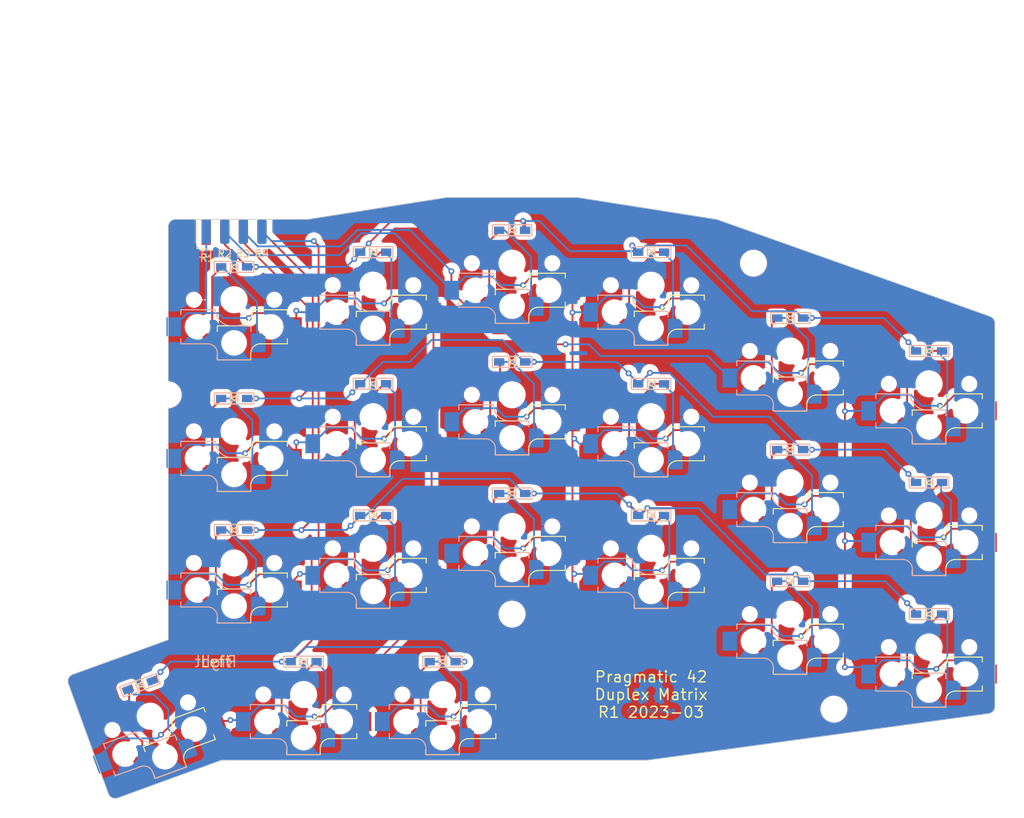
<source format=kicad_pcb>
(kicad_pcb (version 20221018) (generator pcbnew)
  (title_block (title "Pragmatic 42 (Codename The Answer)") (date "2023-03-08") (rev "1") (company "Pragmatic Inc.") (comment 1 "Duplex matrix with 8 pin header (5 for rows, 3 for columns)") (comment 2 "Made by James Sa"))
  (layers (0 "F.Cu" signal) (31 "B.Cu" signal) (34 "B.Paste" user) (35 "F.Paste" user) (36 "B.SilkS" user "B.Silkscreen") (37 "F.SilkS" user "F.Silkscreen") (38 "B.Mask" user) (39 "F.Mask" user) (44 "Edge.Cuts" user))
  (net 0 "")
  (net 1 "Net-(D13-A)")
  (net 2 "Net-(D14-K)")
  (net 3 "Row 2")
  (net 4 "Net-(D15-A)")
  (net 5 "Net-(D16-K)")
  (net 6 "Net-(D17-A)")
  (net 7 "Net-(D18-K)")
  (net 8 "Net-(D19-A)")
  (net 9 "Net-(D20-K)")
  (net 10 "Net-(D21-A)")
  (net 11 "Net-(D22-K)")
  (net 12 "Net-(D23-A)")
  (net 13 "C12")
  (net 14 "C34")
  (net 15 "C56")
  (net 16 "Row 3")
  (net 17 "Row 4")
  (net 18 "Row 5")
  (net 19 "Net-(D24-K)")
  (net 20 "Net-(D25-A)")
  (net 21 "Net-(D26-K)")
  (net 22 "Net-(D27-A)")
  (net 23 "Net-(D28-K)")
  (net 24 "Net-(D29-A)")
  (net 25 "Net-(D30-K)")
  (net 26 "Net-(D31-A)")
  (net 27 "Net-(D32-K)")
  (net 28 "Net-(D33-A)")
  (net 29 "Net-(D34-K)")
  (net 30 "Net-(D35-A)")
  (net 31 "Net-(D36-K)")
  (net 32 "Net-(D37-A)")
  (net 33 "Net-(D38-K)")
  (net 34 "Net-(D39-A)")
  (net 35 "Net-(D40-K)")
  (net 36 "Net-(D41-A)")
  (net 37 "Net-(D42-K)")
  (net 38 "Net-(D43-A)")
  (net 39 "Net-(D44-K)")
  (net 40 "Net-(D45-A)")
  (net 41 "Net-(D46-K)")
  (net 42 "Net-(D47-A)")
  (net 43 "Net-(D48-K)")
  (net 44 "Net-(D52-K)")
  (net 45 "Net-(D53-A)")
  (net 46 "Net-(D54-K)")
  (net 47 "Net-(D55-A)")
  (net 48 "Net-(D56-K)")
  (net 49 "Net-(D57-A)")
  (footprint "Keyboard_JSA:ChocV1_Hotswap_reverse" (layer "F.Cu") (at 149 81)
    (fp_text reference "SW17" hide)
    (fp_text value "SW_Push_45deg" hide)
  )
  (footprint "MountingHole:MountingHole_3.2mm_M3_DIN965" (layer "F.Cu") (at 168 126)
    (fp_text reference "H1" hide)
    (fp_text value "MountingHole" hide)
  )
  (footprint "Keyboard_JSA:ChocV1_Hotswap_reverse" (layer "F.Cu") (at 149 99)
    (fp_text reference "SW29" hide)
    (fp_text value "SW_Push_45deg" hide)
  )
  (footprint "Keyboard_Foostan:D3_SMD_v2" (layer "F.Cu") (at 187 94.5)
    (fp_text reference "D27" hide)
    (fp_text value "1N4448W" hide)
  )
  (footprint "Keyboard_Foostan:D3_SMD_v2" (layer "F.Cu") (at 130 78.5)
    (fp_text reference "D18" hide)
    (fp_text value "1N4448W" hide)
  )
  (footprint "Keyboard_JSA:ChocV1_Hotswap_reverse" (layer "F.Cu") (at 187 81)
    (fp_text reference "SW15" hide)
    (fp_text value "SW_Push_45deg" hide)
  )
  (footprint "Keyboard_Foostan:D3_SMD_v2" (layer "F.Cu") (at 187 76.5)
    (fp_text reference "D15" hide)
    (fp_text value "1N4448W" hide)
  )
  (footprint "Keyboard_Foostan:D3_SMD_v2" (layer "F.Cu") (at 225 126)
    (fp_text reference "D37" hide)
    (fp_text value "1N4448W" hide)
  )
  (footprint "Keyboard_Foostan:D3_SMD_v2" (layer "F.Cu") (at 158.5 132.5)
    (fp_text reference "D52" hide)
    (fp_text value "1N4448W" hide)
  )
  (footprint "Keyboard_Foostan:D3_SMD_v2" (layer "F.Cu") (at 168 73.5)
    (fp_text reference "D16" hide)
    (fp_text value "1N4448W" hide)
  )
  (footprint "Keyboard_JSA:ChocV1_Hotswap_reverse" (layer "F.Cu") (at 206 108)
    (fp_text reference "SW26" hide)
    (fp_text value "SW_Push_45deg" hide)
  )
  (footprint "Keyboard_JSA:ChocV1_Hotswap_reverse" (layer "F.Cu") (at 206 126)
    (fp_text reference "SW38" hide)
    (fp_text value "SW_Push_45deg" hide)
  )
  (footprint "Keyboard_Foostan:D3_SMD_v2" (layer "F.Cu") (at 117.2 135.7 20)
    (fp_text reference "D54" hide)
    (fp_text value "1N4448W" hide)
  )
  (footprint "Keyboard_JSA:ChocV1_Hotswap_reverse" (layer "F.Cu") (at 187 99)
    (fp_text reference "SW27" hide)
    (fp_text value "SW_Push_45deg" hide)
  )
  (footprint "Keyboard_Foostan:D3_SMD_v2" (layer "F.Cu") (at 139.5 132.5)
    (fp_text reference "D53" hide)
    (fp_text value "1N4448W" hide)
  )
  (footprint "Keyboard_Foostan:D3_SMD_v2" (layer "F.Cu") (at 187 112.5)
    (fp_text reference "D39" hide)
    (fp_text value "1N4448W" hide)
  )
  (footprint "Keyboard_JSA:ChocV1_Hotswap_reverse" (layer "F.Cu") (at 158.5 137)
    (fp_text reference "SW52" hide)
    (fp_text value "SW_Push_45deg" hide)
  )
  (footprint "Keyboard_Foostan:D3_SMD_v2" (layer "F.Cu") (at 130 114.5)
    (fp_text reference "D42" hide)
    (fp_text value "1N4448W" hide)
  )
  (footprint "Keyboard_Foostan:D3_SMD_v2" (layer "F.Cu") (at 130 96.5)
    (fp_text reference "D30" hide)
    (fp_text value "1N4448W" hide)
  )
  (footprint "Keyboard_JSA:ChocV1_Hotswap_reverse" (layer "F.Cu") (at 225 94.5)
    (fp_text reference "SW13" hide)
    (fp_text value "SW_Push_45deg" hide)
  )
  (footprint "Keyboard_Foostan:D3_SMD_v2" (layer "F.Cu") (at 168 91.5)
    (fp_text reference "D28" hide)
    (fp_text value "1N4448W" hide)
  )
  (footprint "Keyboard_JSA:ChocV1_Hotswap_reverse" (layer "F.Cu") (at 168 96)
    (fp_text reference "SW28" hide)
    (fp_text value "SW_Push_45deg" hide)
  )
  (footprint "MountingHole:MountingHole_3.2mm_M3_DIN965" (layer "F.Cu") (at 212 139)
    (fp_text reference "H2" hide)
    (fp_text value "MountingHole" hide)
  )
  (footprint "Keyboard_Foostan:D3_SMD_v2" (layer "F.Cu") (at 225 90)
    (fp_text reference "D13" hide)
    (fp_text value "1N4448W" hide)
  )
  (footprint "Keyboard_JSA:ChocV1_Hotswap_reverse" (layer "F.Cu") (at 130 119)
    (fp_text reference "SW42" hide)
    (fp_text value "SW_Push_45deg" hide)
  )
  (footprint "Keyboard_JSA:ChocV1_Hotswap_reverse" (layer "F.Cu") (at 206 90)
    (fp_text reference "SW14" hide)
    (fp_text value "SW_Push_45deg" hide)
  )
  (footprint "Keyboard_JSA:ChocV1_Hotswap_reverse" (layer "F.Cu") (at 130 101)
    (fp_text reference "SW30" hide)
    (fp_text value "SW_Push_45deg" hide)
  )
  (footprint "MountingHole:MountingHole_3.2mm_M3_DIN965" (layer "F.Cu") (at 201 78)
    (fp_text reference "H3" hide)
    (fp_text value "MountingHole" hide)
  )
  (footprint "Keyboard_JSA:matrix_connector" (layer "F.Cu") (at 130 72 -90)
    (fp_text reference "J1" hide)
    (fp_text value "Conn_02x04_Odd_Even" hide)
    (fp_line (start 0 -7.5) (end 0 7.5) (stroke (width 0.12)) (layer "Edge.Cuts"))
  )
  (footprint "Keyboard_Foostan:D3_SMD_v2" (layer "F.Cu") (at 206 103.5)
    (fp_text reference "D26" hide)
    (fp_text value "1N4448W" hide)
  )
  (footprint "Keyboard_JSA:ChocV1_Hotswap_reverse" (layer "F.Cu") (at 139.499996 137)
    (fp_text reference "SW53" hide)
    (fp_text value "SW_Push_45deg" hide)
  )
  (footprint "MountingHole:MountingHole_3.2mm_M3_DIN965" (layer "F.Cu") (at 121 96)
    (fp_text reference "H4" hide)
    (fp_text value "MountingHole" hide)
  )
  (footprint "Keyboard_JSA:ChocV1_Hotswap_reverse" (layer "F.Cu") (at 130 83)
    (fp_text reference "SW18" hide)
    (fp_text value "SW_Push_45deg" hide)
  )
  (footprint "Keyboard_JSA:ChocV1_Hotswap_reverse" (layer "F.Cu") (at 168 114)
    (fp_text reference "SW40" hide)
    (fp_text value "SW_Push_45deg" hide)
  )
  (footprint "Keyboard_JSA:ChocV1_Hotswap_reverse" (layer "F.Cu") (at 149 117)
    (fp_text reference "SW41" hide)
    (fp_text value "SW_Push_45deg" hide)
  )
  (footprint "Keyboard_Foostan:D3_SMD_v2" (layer "F.Cu") (at 206 85.5)
    (fp_text reference "D14" hide)
    (fp_text value "1N4448W" hide)
  )
  (footprint "Keyboard_Foostan:D3_SMD_v2" (layer "F.Cu") (at 149 76.5)
    (fp_text reference "D17" hide)
    (fp_text value "1N4448W" hide)
  )
  (footprint "Keyboard_JSA:ChocV1_Hotswap_reverse" (layer "F.Cu") (at 187 117)
    (fp_text reference "SW39" hide)
    (fp_text value "SW_Push_45deg" hide)
  )
  (footprint "Keyboard_Foostan:D3_SMD_v2" (layer "F.Cu") (at 168 109.5)
    (fp_text reference "D40" hide)
    (fp_text value "1N4448W" hide)
  )
  (footprint "Keyboard_JSA:ChocV1_Hotswap_reverse" (layer "F.Cu") (at 225 112.5)
    (fp_text reference "SW25" hide)
    (fp_text value "SW_Push_45deg" hide)
  )
  (footprint "Keyboard_Foostan:D3_SMD_v2" (layer "F.Cu") (at 149 94.5)
    (fp_text reference "D29" hide)
    (fp_text value "1N4448W" hide)
  )
  (footprint "Keyboard_Foostan:D3_SMD_v2" (layer "F.Cu") (at 225 108)
    (fp_text reference "D25" hide)
    (fp_text value "1N4448W" hide)
  )
  (footprint "Keyboard_JSA:ChocV1_Hotswap_reverse" (layer "F.Cu") (at 168 78)
    (fp_text reference "SW16" hide)
    (fp_text value "SW_Push_45deg" hide)
  )
  (footprint "Keyboard_JSA:ChocV1_Hotswap_reverse" (layer "F.Cu") (at 118.53 139.964 20)
    (fp_text reference "SW54" hide)
    (fp_text value "SW_Push_45deg" hide)
  )
  (footprint "Keyboard_JSA:ChocV1_Hotswap_reverse" (layer "F.Cu") (at 225 130.5)
    (fp_text reference "SW37" hide)
    (fp_text value "SW_Push_45deg" hide)
  )
  (footprint "Keyboard_Foostan:D3_SMD_v2" (layer "F.Cu") (at 206 121.5)
    (fp_text reference "D38" hide)
    (fp_text value "1N4448W" hide)
  )
  (footprint "Keyboard_Foostan:D3_SMD_v2" (layer "F.Cu") (at 149 112.5)
    (fp_text reference "D41" hide)
    (fp_text value "1N4448W" hide)
  )
  (footprint "Keyboard_JSA:ChocV1_Hotswap" (layer "B.Cu") (at 149 81 180)
    (fp_text reference "SW20" hide)
    (fp_text value "SW_Push_45deg" hide)
  )
  (footprint "Keyboard_Foostan:D3_SMD_v2" (layer "B.Cu") (at 206 121.5 180)
    (fp_text reference "D47" hide)
    (fp_text value "1N4448W" hide)
  )
  (footprint "Keyboard_Foostan:D3_SMD_v2" (layer "B.Cu") (at 149 94.475 180)
    (fp_text reference "D32" hide)
    (fp_text value "1N4448W" hide)
  )
  (footprint "Keyboard_JSA:ChocV1_Hotswap" (layer "B.Cu") (at 187 81 180)
    (fp_text reference "SW22" hide)
    (fp_text value "SW_Push_45deg" hide)
  )
  (footprint "Keyboard_Foostan:D3_SMD_v2" (layer "B.Cu") (at 168 73.5 180)
    (fp_text reference "D21" hide)
    (fp_text value "1N4448W" hide)
  )
  (footprint "Keyboard_Foostan:D3_SMD_v2" (layer "B.Cu") (at 139.5 132.5 180)
    (fp_text reference "D56" hide)
    (fp_text value "1N4448W" hide)
  )
  (footprint "Keyboard_Foostan:D3_SMD_v2" (layer "B.Cu") (at 158.499984 132.5 180)
    (fp_text reference "D57" hide)
    (fp_text value "1N4448W" hide)
  )
  (footprint "Keyboard_JSA:ChocV1_Hotswap" (layer "B.Cu") (at 149 117 180)
    (fp_text reference "SW44" hide)
    (fp_text value "SW_Push_45deg" hide)
  )
  (footprint "Keyboard_JSA:ChocV1_Hotswap" (layer "B.Cu") (at 225 112.5 180)
    (fp_text reference "SW36" hide)
    (fp_text value "SW_Push_45deg" hide)
  )
  (footprint "Keyboard_Foostan:D3_SMD_v2" (layer "B.Cu") (at 206.05 85.5 180)
    (fp_text reference "D23" hide)
    (fp_text value "1N4448W" hide)
  )
  (footprint "Keyboard_JSA:ChocV1_Hotswap" (layer "B.Cu") (at 187 99 180)
    (fp_text reference "SW34" hide)
    (fp_text value "SW_Push_45deg" hide)
  )
  (footprint "Keyboard_Foostan:D3_SMD_v2" (layer "B.Cu") (at 129.999998 96.500003 180)
    (fp_text reference "D31" hide)
    (fp_text value "1N4448W" hide)
  )
  (footprint "Keyboard_JSA:ChocV1_Hotswap" (layer "B.Cu") (at 118.53 139.964 -160)
    (fp_text reference "SW55" hide)
    (fp_text value "SW_Push_45deg" hide)
  )
  (footprint "Keyboard_JSA:OSHW-Logo2_7.3x6mm_Copper" (layer "B.Cu") (at 187 137 180)
    (fp_text reference "REF**" hide)
    (fp_text value "OSHW-Logo2_7.3x6mm_Copper" hide)
  )
  (footprint "Keyboard_Foostan:D3_SMD_v2" (layer "B.Cu") (at 187 112.5 180)
    (fp_text reference "D46" hide)
    (fp_text value "1N4448W" hide)
  )
  (footprint "Keyboard_JSA:ChocV1_Hotswap" (layer "B.Cu") (at 168 78 180)
    (fp_text reference "SW21" hide)
    (fp_text value "SW_Push_45deg" hide)
  )
  (footprint "Keyboard_JSA:ChocV1_Hotswap" (layer "B.Cu") (at 130 83 180)
    (fp_text reference "SW19" hide)
    (fp_text value "SW_Push_45deg" hide)
  )
  (footprint "Keyboard_Foostan:D3_SMD_v2" (layer "B.Cu") (at 149 112.5 180)
    (fp_text reference "D44" hide)
    (fp_text value "1N4448W" hide)
  )
  (footprint "Keyboard_Foostan:D3_SMD_v2" (layer "B.Cu") (at 225 90 180)
    (fp_text reference "D24" hide)
    (fp_text value "1N4448W" hide)
  )
  (footprint "Keyboard_JSA:ChocV1_Hotswap" (layer "B.Cu") (at 168 114 180)
    (fp_text reference "SW45" hide)
    (fp_text value "SW_Push_45deg" hide)
  )
  (footprint "Keyboard_Foostan:D3_SMD_v2" (layer "B.Cu") (at 206 103.5 180)
    (fp_text reference "D35" hide)
    (fp_text value "1N4448W" hide)
  )
  (footprint "Keyboard_Foostan:D3_SMD_v2" (layer "B.Cu") (at 129.999998 114.500003 180)
    (fp_text reference "D43" hide)
    (fp_text value "1N4448W" hide)
  )
  (footprint "Keyboard_JSA:ChocV1_Hotswap" (layer "B.Cu") (at 168 96 180)
    (fp_text reference "SW33" hide)
    (fp_text value "SW_Push_45deg" hide)
  )
  (footprint "Keyboard_JSA:ChocV1_Hotswap" (layer "B.Cu") (at 225 94.5 180)
    (fp_text reference "SW24" hide)
    (fp_text value "SW_Push_45deg" hide)
  )
  (footprint "Keyboard_JSA:ChocV1_Hotswap" (layer "B.Cu") (at 206 126 180)
    (fp_text reference "SW47" hide)
    (fp_text value "SW_Push_45deg" hide)
  )
  (footprint "Keyboard_Foostan:D3_SMD_v2" (layer "B.Cu") (at 130 78.5 180)
    (fp_text reference "D19" hide)
    (fp_text value "1N4448W" hide)
  )
  (footprint "Keyboard_JSA:ChocV1_Hotswap" (layer "B.Cu") (at 149 99 180)
    (fp_text reference "SW32" hide)
    (fp_text value "SW_Push_45deg" hide)
  )
  (footprint "Keyboard_JSA:ChocV1_Hotswap" (layer "B.Cu") (at 206 108 180)
    (fp_text reference "SW35" hide)
    (fp_text value "SW_Push_45deg" hide)
  )
  (footprint "Keyboard_JSA:ChocV1_Hotswap" (layer "B.Cu") (at 130 119 180)
    (fp_text reference "SW43" hide)
    (fp_text value "SW_Push_45deg" hide)
  )
  (footprint "Keyboard_JSA:ChocV1_Hotswap" (layer "B.Cu") (at 130 101 180)
    (fp_text reference "SW31" hide)
    (fp_text value "SW_Push_45deg" hide)
  )
  (footprint "Keyboard_Foostan:D3_SMD_v2" (layer "B.Cu") (at 149 76.5 180)
    (fp_text reference "D20" hide)
    (fp_text value "1N4448W" hide)
  )
  (footprint "Keyboard_Foostan:D3_SMD_v2" (layer "B.Cu") (at 168 91.5 180)
    (fp_text reference "D33" hide)
    (fp_text value "1N4448W" hide)
  )
  (footprint "Keyboard_Foostan:D3_SMD_v2" (layer "B.Cu") (at 187 76.5 180)
    (fp_text reference "D22" hide)
    (fp_text value "1N4448W" hide)
  )
  (footprint "Keyboard_Foostan:D3_SMD_v2" (layer "B.Cu") (at 168 109.5 180)
    (fp_text reference "D45" hide)
    (fp_text value "1N4448W" hide)
  )
  (footprint "Keyboard_JSA:ChocV1_Hotswap" (layer "B.Cu") (at 206 90 180)
    (fp_text reference "SW23" hide)
    (fp_text value "SW_Push_45deg" hide)
  )
  (footprint "Keyboard_JSA:ChocV1_Hotswap" (layer "B.Cu") (at 225 130.5 180)
    (fp_text reference "SW48" hide)
    (fp_text value "SW_Push_45deg" hide)
  )
  (footprint "Keyboard_JSA:ChocV1_Hotswap" (layer "B.Cu") (at 187 117 180)
    (fp_text reference "SW46" hide)
    (fp_text value "SW_Push_45deg" hide)
  )
  (footprint "Keyboard_Foostan:D3_SMD_v2" (layer "B.Cu") (at 187 94.5 180)
    (fp_text reference "D34" hide)
    (fp_text value "1N4448W" hide)
  )
  (footprint "Keyboard_JSA:ChocV1_Hotswap" (layer "B.Cu") (at 139.499996 137 180)
    (fp_text reference "SW56" hide)
    (fp_text value "SW_Push_45deg" hide)
  )
  (footprint "Keyboard_Foostan:D3_SMD_v2" (layer "B.Cu") (at 117.123665 135.743639 -160)
    (fp_text reference "D55" hide)
    (fp_text value "1N4448W" hide)
  )
  (footprint "Keyboard_JSA:ChocV1_Hotswap" (layer "B.Cu") (at 158.5 137 180)
    (fp_text reference "SW57" hide)
    (fp_text value "SW_Push_45deg" hide)
  )
  (footprint "Keyboard_Foostan:D3_SMD_v2" (layer "B.Cu") (at 225 108 180)
    (fp_text reference "D36" hide)
    (fp_text value "1N4448W" hide)
  )
  (footprint "Keyboard_Foostan:D3_SMD_v2" (layer "B.Cu") (at 225 126 180)
    (fp_text reference "D48" hide)
    (fp_text value "1N4448W" hide)
  )
  (gr_line (start 159 69) (end 140 72) (stroke (width 0.1)) (layer "Edge.Cuts"))
  (gr_line (start 196 72) (end 177 69) (stroke (width 0.1)) (layer "Edge.Cuts"))
  (gr_line (start 122.5 72) (end 122 71.989951) (stroke (width 0.1)) (layer "Edge.Cuts"))
  (gr_line (start 121.000001 73) (end 121 129.5) (stroke (width 0.1)) (layer "Edge.Cuts"))
  (gr_arc (start 234 138.642893) (mid 233.790168 139.250875) (end 233.25 139.6) (stroke (width 0.1)) (layer "Edge.Cuts"))
  (gr_line (start 140 72) (end 137.5 72) (stroke (width 0.1)) (layer "Edge.Cuts"))
  (gr_line (start 186.5 146) (end 233.25 139.6) (stroke (width 0.1)) (layer "Edge.Cuts"))
  (gr_line (start 128.25 146) (end 186.5 146) (stroke (width 0.1)) (layer "Edge.Cuts"))
  (gr_arc (start 121.000001 72.999993) (mid 121.289334 72.286401) (end 122 71.989951) (stroke (width 0.1)) (layer "Edge.Cuts"))
  (gr_line (start 112.808928 150.559722) (end 107.336606 135.52464) (stroke (width 0.1)) (layer "Edge.Cuts"))
  (gr_arc (start 114.090641 151.157395) (mid 113.326003 151.124024) (end 112.808928 150.559722) (stroke (width 0.1)) (layer "Edge.Cuts"))
  (gr_line (start 233.3 85.25) (end 196 72) (stroke (width 0.1)) (layer "Edge.Cuts"))
  (gr_arc (start 233.3 85.25) (mid 233.806335 85.614217) (end 234 86.207107) (stroke (width 0.1)) (layer "Edge.Cuts"))
  (gr_arc (start 107.336606 135.52464) (mid 107.369979 134.759991) (end 107.934278 134.242928) (stroke (width 0.1)) (layer "Edge.Cuts"))
  (gr_line (start 177 69) (end 159 69) (stroke (width 0.1)) (layer "Edge.Cuts"))
  (gr_line (start 107.934278 134.242928) (end 121 129.5) (stroke (width 0.1)) (layer "Edge.Cuts"))
  (gr_line (start 128.25 146) (end 114.090641 151.157395) (stroke (width 0.1)) (layer "Edge.Cuts"))
  (gr_line (start 234 138.642893) (end 234 86.207107) (stroke (width 0.1)) (layer "Edge.Cuts"))
  (gr_text "C1" (at 126.053 76.7) (layer "B.SilkS") (effects (font (size 1 1)) (justify mirror)))
  (gr_text "C3" (at 128.72 76.7) (layer "B.SilkS") (effects (font (size 1 1)) (justify mirror)))
  (gr_text "Right\n" (at 127.5 132.5) (layer "B.SilkS") (effects (font (size 1.5 1.5) (thickness 0.2)) (justify mirror)))
  (gr_text "R5" (at 133.8 76.7) (layer "B.SilkS") (effects (font (size 1 1)) (justify mirror)))
  (gr_text "C5" (at 131.26 76.7) (layer "B.SilkS") (effects (font (size 1 1)) (justify mirror)))
  (gr_text "R2" (at 128.72 76.7) (layer "F.SilkS") (effects (font (size 1 1))))
  (gr_text "R1" (at 126.307 77.28) (layer "F.SilkS") (effects (font (size 1 1))))
  (gr_text "Pragmatic 42\nDuplex Matrix\nR1 2023-03" (at 187 137) (layer "F.SilkS") (effects (font (size 1.5 1.5) (thickness 0.2))))
  (gr_text "R4" (at 133.8 76.7) (layer "F.SilkS") (effects (font (size 1 1))))
  (gr_text "R3" (at 131.26 76.7) (layer "F.SilkS") (effects (font (size 1 1))))
  (gr_text "Left" (at 127.5 132.5) (layer "F.SilkS") (effects (font (size 1.5 1.5) (thickness 0.2))))
  (segment (start 226.65 90) (end 225.575 90) (width 0.25) (layer "F.Cu") (net 1))
  (segment (start 222 93.575) (end 222 100.098) (width 0.25) (layer "F.Cu") (net 1))
  (segment (start 225.575 90) (end 222 93.575) (width 0.25) (layer "F.Cu") (net 1))
  (segment (start 203.5 86.35) (end 203.5 95.098) (width 0.25) (layer "F.Cu") (net 2))
  (segment (start 204.35 85.5) (end 203.5 86.35) (width 0.25) (layer "F.Cu") (net 2))
  (segment (start 207.65 85.5) (end 209 85.5) (width 0.25) (layer "F.Cu") (net 3))
  (segment (start 131.775 78.5) (end 133 78.5) (width 0.25) (layer "F.Cu") (net 3))
  (segment (start 128.73 75.455) (end 131.775 78.5) (width 0.25) (layer "F.Cu") (net 3))
  (segment (start 169.775 72.4995) (end 169.5 72.2245) (width 0.25) (layer "F.Cu") (net 3))
  (segment (start 128.73 73.651) (end 128.73 75.455) (width 0.25) (layer "F.Cu") (net 3))
  (segment (start 185.35 76.5) (end 184.425 75.575) (width 0.25) (layer "F.Cu") (net 3))
  (segment (start 223.35 90) (end 222.175 88.825) (width 0.25) (layer "F.Cu") (net 3))
  (segment (start 148.4 75.3) (end 151.5 72.2) (width 0.25) (layer "F.Cu") (net 3))
  (segment (start 147.225 76.475) (end 148.4 75.3) (width 0.25) (layer "F.Cu") (net 3))
  (segment (start 169.775 73.5) (end 169.775 72.4995) (width 0.25) (layer "F.Cu") (net 3))
  (segment (start 151.5 72.2) (end 169.4755 72.2) (width 0.25) (layer "F.Cu") (net 3))
  (segment (start 147.35 76.5) (end 146.425 77.425) (width 0.25) (layer "F.Cu") (net 3))
  (via (at 184.425 75.575) (size 0.8) (drill 0.4) (layers "F.Cu" "B.Cu") (net 3))
  (via (at 209 85.5) (size 0.8) (drill 0.4) (layers "F.Cu" "B.Cu") (net 3))
  (via (at 146.425 77.425) (size 0.8) (drill 0.4) (layers "F.Cu" "B.Cu") (net 3))
  (via (at 148.4 75.3) (size 0.8) (drill 0.4) (layers "F.Cu" "B.Cu") (net 3))
  (via (at 169.5 72.2245) (size 0.8) (drill 0.4) (layers "F.Cu" "B.Cu") (net 3))
  (via (at 222.175 88.825) (size 0.8) (drill 0.4) (layers "F.Cu" "B.Cu") (net 3))
  (via (at 133 78.5) (size 0.8) (drill 0.4) (layers "F.Cu" "B.Cu") (net 3))
  (segment (start 185.35 76.5) (end 186.275 75.575) (width 0.25) (layer "B.Cu") (net 3))
  (segment (start 131.65 78.5) (end 145.35 78.5) (width 0.25) (layer "B.Cu") (net 3))
  (segment (start 200.825 84.575) (end 206.775 84.575) (width 0.25) (layer "B.Cu") (net 3))
  (segment (start 185.2 76.35) (end 175.85 76.35) (width 0.25) (layer "B.Cu") (net 3))
  (segment (start 169.5 72.2245) (end 169.5 73.225) (width 0.25) (layer "B.Cu") (net 3))
  (segment (start 147.225 76.475) (end 148.4 75.3) (width 0.25) (layer "B.Cu") (net 3))
  (segment (start 209 85.5) (end 218.85 85.5) (width 0.25) (layer "B.Cu") (net 3))
  (segment (start 186.275 75.575) (end 191.825 75.575) (width 0.25) (layer "B.Cu") (net 3))
  (segment (start 145.35 78.5) (end 147.35 76.5) (width 0.25) (layer "B.Cu") (net 3))
  (segment (start 191.825 75.575) (end 200.825 84.575) (width 0.25) (layer "B.Cu") (net 3))
  (segment (start 218.85 85.5) (end 223.35 90) (width 0.25) (layer "B.Cu") (net 3))
  (segment (start 184.425 75.575) (end 185.35 76.5) (width 0.25) (layer "B.Cu") (net 3))
  (segment (start 171.7245 72.2245) (end 169.5 72.2245) (width 0.25) (layer "B.Cu") (net 3))
  (segment (start 207.7 85.5) (end 209 85.5) (width 0.25) (layer "B.Cu") (net 3))
  (segment (start 175.85 76.35) (end 171.7245 72.2245) (width 0.25) (layer "B.Cu") (net 3))
  (segment (start 206.775 84.575) (end 207.7 85.5) (width 0.25) (layer "B.Cu") (net 3))
  (segment (start 184 80) (end 184 86.598) (width 0.25) (layer "F.Cu") (net 4))
  (segment (start 187.5 76.5) (end 184 80) (width 0.25) (layer "F.Cu") (net 4))
  (segment (start 188.65 76.5) (end 187.5 76.5) (width 0.25) (layer "F.Cu") (net 4))
  (segment (start 164.875001 74.974999) (end 164.875001 83.722999) (width 0.25) (layer "F.Cu") (net 5))
  (segment (start 166.35 73.5) (end 164.875001 74.974999) (width 0.25) (layer "F.Cu") (net 5))
  (segment (start 150.65 76.5) (end 150 76.5) (width 0.25) (layer "F.Cu") (net 6))
  (segment (start 146.5 80) (end 146.5 86.098) (width 0.25) (layer "F.Cu") (net 6))
  (segment (start 150 76.5) (end 146.5 80) (width 0.25) (layer "F.Cu") (net 6))
  (segment (start 127 79.85) (end 127 88.598) (width 0.25) (layer "F.Cu") (net 7))
  (segment (start 128.35 78.5) (end 127 79.85) (width 0.25) (layer "F.Cu") (net 7))
  (segment (start 133.124999 83.274999) (end 133.124999 88.722999) (width 0.25) (layer "B.Cu") (net 8))
  (segment (start 128.35 78.5) (end 133.124999 83.274999) (width 0.25) (layer "B.Cu") (net 8))
  (segment (start 150.65 76.5) (end 151.5 77.35) (width 0.25) (layer "B.Cu") (net 9))
  (segment (start 151.5 77.35) (end 151.5 86.098) (width 0.25) (layer "B.Cu") (net 9))
  (segment (start 167 73.5) (end 170.6 77.1) (width 0.25) (layer "B.Cu") (net 10))
  (segment (start 166.225 73.5) (end 167 73.5) (width 0.25) (layer "B.Cu") (net 10))
  (segment (start 170.6 77.1) (end 170.6 83.198) (width 0.25) (layer "B.Cu") (net 10))
  (segment (start 190 77.85) (end 190 86.598) (width 0.25) (layer "B.Cu") (net 11))
  (segment (start 188.65 76.5) (end 190 77.85) (width 0.25) (layer "B.Cu") (net 11))
  (segment (start 205.5 85.5) (end 208.5 88.5) (width 0.25) (layer "B.Cu") (net 12))
  (segment (start 204.4 85.5) (end 205.5 85.5) (width 0.25) (layer "B.Cu") (net 12))
  (segment (start 208.5 88.5) (end 208.5 95.098) (width 0.25) (layer "B.Cu") (net 12))
  (segment (start 155.055 82.5) (end 157.255 84.7) (width 0.25) (layer "F.Cu") (net 13))
  (segment (start 131.5 104) (end 133 102.5) (width 0.25) (layer "F.Cu") (net 13))
  (segment (start 155.055 118.5) (end 157.255 120.7) (width 0.25) (layer "F.Cu") (net 13))
  (segment (start 138.5 84.5) (end 138.5 86.455) (width 0.25) (layer "F.Cu") (net 13))
  (segment (start 152 100.5) (end 155.055 100.5) (width 0.25) (layer "F.Cu") (net 13))
  (segment (start 150.5 83.5) (end 151.5 82.5) (width 0.25) (layer "F.Cu") (net 13))
  (segment (start 122.8 139.7) (end 126.635151 139.7) (width 0.25) (layer "F.Cu") (net 13))
  (segment (start 157 125) (end 147.754996 134.245004) (width 0.25) (layer "F.Cu") (net 13))
  (segment (start 143.5 138.5) (end 145.554996 138.5) (width 0.25) (layer "F.Cu") (net 13))
  (segment (start 126.635151 139.7) (end 127.552637 140.617486) (width 0.25) (layer "F.Cu") (net 13))
  (segment (start 141 140) (end 142 140) (width 0.25) (layer "F.Cu") (net 13))
  (segment (start 138.5 102.5) (end 138.5 104.455) (width 0.25) (layer "F.Cu") (net 13))
  (segment (start 145.554996 138.5) (end 147.754996 140.7) (width 0.25) (layer "F.Cu") (net 13))
  (segment (start 152.5 118.5) (end 155.055 118.5) (width 0.25) (layer "F.Cu") (net 13))
  (segment (start 138.255 86.7) (end 136.379999 84.824999) (width 0.25) (layer "F.Cu") (net 13))
  (segment (start 150.5 102) (end 152 100.5) (width 0.25) (layer "F.Cu") (net 13))
  (segment (start 120 142.5) (end 122.8 139.7) (width 0.25) (layer "F.Cu") (net 13))
  (segment (start 138.255 122.7) (end 138.255 121.245) (width 0.25) (layer "F.Cu") (net 13))
  (segment (start 151.5 82.5) (end 155.055 82.5) (width 0.25) (layer "F.Cu") (net 13))
  (segment (start 129.382514 140.617486) (end 129.5 140.5) (width 0.25) (layer "F.Cu") (net 13))
  (segment (start 142 140) (end 143.5 138.5) (width 0.25) (layer "F.Cu") (net 13))
  (segment (start 132 122) (end 133.5 120.5) (width 0.25) (layer "F.Cu") (net 13))
  (segment (start 157 120.955) (end 157 125) (width 0.25) (layer "F.Cu") (net 13))
  (segment (start 137 102.5) (end 138.255 103.755) (width 0.25) (layer "F.Cu") (net 13))
  (segment (start 136.379999 84.824999) (end 132.675001 84.824999) (width 0.25) (layer "F.Cu") (net 13))
  (segment (start 127.552637 140.617486) (end 129.382514 140.617486) (width 0.25) (layer "F.Cu") (net 13))
  (segment (start 157 102.955) (end 157 120.445) (width 0.25) (layer "F.Cu") (net 13))
  (segment (start 132.675001 84.824999) (end 132 85.5) (width 0.25) (layer "F.Cu") (net 13))
  (segment (start 133 102.5) (end 137 102.5) (width 0.25) (layer "F.Cu") (net 13))
  (segment (start 136.055 120.5) (end 138.255 122.7) (width 0.25) (layer "F.Cu") (net 13))
  (segment (start 151 120) (end 152.5 118.5) (width 0.25) (layer "F.Cu") (net 13))
  (segment (start 157.255 84.7) (end 157.255 102.7) (width 0.25) (layer "F.Cu") (net 13))
  (segment (start 147.754996 134.245004) (end 147.754996 140.7) (width 0.25) (layer "F.Cu") (net 13))
  (segment (start 133.5 120.5) (end 136.055 120.5) (width 0.25) (layer "F.Cu") (net 13))
  (segment (start 138.255 121.245) (end 139 120.5) (width 0.25) (layer "F.Cu") (net 13))
  (segment (start 155.055 100.5) (end 157.255 102.7) (width 0.25) (layer "F.Cu") (net 13))
  (via (at 151 120) (size 0.8) (drill 0.4) (layers "F.Cu" "B.Cu") (net 13))
  (via (at 132 85.5) (size 0.8) (drill 0.4) (layers "F.Cu" "B.Cu") (net 13))
  (via (at 120 142.5) (size 0.8) (drill 0.4) (layers "F.Cu" "B.Cu") (net 13))
  (via (at 139 120.5) (size 0.8) (drill 0.4) (layers "F.Cu" "B.Cu") (net 13))
  (via (at 138.5 84.5) (size 0.8) (drill 0.4) (layers "F.Cu" "B.Cu") (net 13))
  (via (at 141 140) (size 0.8) (drill 0.4) (layers "F.Cu" "B.Cu") (net 13))
  (via (at 129.5 140.5) (size 0.8) (drill 0.4) (layers "F.Cu" "B.Cu") (net 13))
  (via (at 131.5 104) (size 0.8) (drill 0.4) (layers "F.Cu" "B.Cu") (net 13))
  (via (at 138.5 102.5) (size 0.8) (drill 0.4) (layers "F.Cu" "B.Cu") (net 13))
  (via (at 132 122) (size 0.8) (drill 0.4) (layers "F.Cu" "B.Cu") (net 13))
  (via (at 150.5 83.5) (size 0.8) (drill 0.4) (layers "F.Cu" "B.Cu") (net 13))
  (via (at 150.5 102) (size 0.8) (drill 0.4) (layers "F.Cu" "B.Cu") (net 13))
  (segment (start 127.5 120.5) (end 129 122) (width 0.25) (layer "B.Cu") (net 13))
  (segment (start 147.5 83.5) (end 150.5 83.5) (width 0.25) (layer "B.Cu") (net 13))
  (segment (start 140.745 120.7) (end 142.945 118.5) (width 0.25) (layer "B.Cu") (net 13))
  (segment (start 121.745 86.7) (end 123.620001 84.824999) (width 0.25) (layer "B.Cu") (net 13))
  (segment (start 146.5 118.5) (end 148 120) (width 0.25) (layer "B.Cu") (net 13))
  (segment (start 133.5 138.5) (end 137 138.5) (width 0.25) (layer "B.Cu") (net 13))
  (segment (start 139 120.5) (end 140.545 120.5) (width 0.25) (layer "B.Cu") (net 13))
  (segment (start 140.745 84.7) (end 142.620001 82.824999) (width 0.25) (layer "B.Cu") (net 13))
  (segment (start 129 104) (end 131.5 104) (width 0.25) (layer "B.Cu") (net 13))
  (segment (start 140.545 102.5) (end 138.5 102.5) (width 0.25) (layer "B.Cu") (net 13))
  (segment (start 126.19 84.814999) (end 126.2 84.824999) (width 0.25) (layer "B.Cu") (net 13))
  (segment (start 142.945 100.5) (end 146 100.5) (width 0.25) (layer "B.Cu") (net 13))
  (segment (start 126.19 73.651) (end 126.19 84.814999) (width 0.25) (layer "B.Cu") (net 13))
  (segment (start 146.824999 82.824999) (end 147.5 83.5) (width 0.25) (layer "B.Cu") (net 13))
  (segment (start 119.5 143) (end 120 142.5) (width 0.25) (layer "B.Cu") (net 13))
  (segment (start 126.2 84.824999) (end 127.824999 84.824999) (width 0.25) (layer "B.Cu") (net 13))
  (segment (start 128.5 85.5) (end 132 85.5) (width 0.25) (layer "B.Cu") (net 13))
  (segment (start 140.745 84.7) (end 138.7 84.7) (width 0.25) (layer "B.Cu") (net 13))
  (segment (start 138.7 84.7) (end 138.5 84.5) (width 0.25) (layer "B.Cu") (net 13))
  (segment (start 112.038312 144.961688) (end 114 143) (width 0.25) (layer "B.Cu") (net 13))
  (segment (start 129.5 140.5) (end 131.044996 140.5) (width 0.25) (layer "B.Cu") (net 13))
  (segment (start 131.3 140.7) (end 133.5 138.5) (width 0.25) (layer "B.Cu") (net 13))
  (segment (start 143 118.5) (end 146.5 118.5) (width 0.25) (layer "B.Cu") (net 13))
  (segment (start 140.745 102.7) (end 142.945 100.5) (width 0.25) (layer "B.Cu") (net 13))
  (segment (start 127.824999 102.824999) (end 129 104) (width 0.25) (layer "B.Cu") (net 13))
  (segment (start 121.8 122.7) (end 124 120.5) (width 0.25) (layer "B.Cu") (net 13))
  (segment (start 129 122) (end 132 122) (width 0.25) (layer "B.Cu") (net 13))
  (segment (start 123.620001 84.824999) (end 126.2 84.824999) (width 0.25) (layer "B.Cu") (net 13))
  (segment (start 127.824999 84.824999) (end 128.5 85.5) (width 0.25) (layer "B.Cu") (net 13))
  (segment (start 147.5 102) (end 150.5 102) (width 0.25) (layer "B.Cu") (net 13))
  (segment (start 142.945 118.5) (end 143 118.5) (width 0.25) (layer "B.Cu") (net 13))
  (segment (start 137 138.5) (end 138.5 140) (width 0.25) (layer "B.Cu") (net 13))
  (segment (start 142.620001 82.824999) (end 146.824999 82.824999) (width 0.25) (layer "B.Cu") (net 13))
  (segment (start 146 100.5) (end 147.5 102) (width 0.25) (layer "B.Cu") (net 13))
  (segment (start 138.5 140) (end 141 140) (width 0.25) (layer "B.Cu") (net 13))
  (segment (start 148 120) (end 151 120) (width 0.25) (layer "B.Cu") (net 13))
  (segment (start 123.620001 102.824999) (end 127.824999 102.824999) (width 0.25) (layer "B.Cu") (net 13))
  (segment (start 114 143) (end 119.5 143) (width 0.25) (layer "B.Cu") (net 13))
  (segment (start 112.038312 146.264239) (end 112.038312 144.961688) (width 0.25) (layer "B.Cu") (net 13))
  (segment (start 124 120.5) (end 127.5 120.5) (width 0.25) (layer "B.Cu") (net 13))
  (segment (start 121.745 104.7) (end 123.620001 102.824999) (width 0.25) (layer "B.Cu") (net 13))
  (segment (start 176.255 99.7) (end 176.255 101.755) (width 0.25) (layer "F.Cu") (net 14))
  (segment (start 193.379999 100.824999) (end 195.255 102.7) (width 0.25) (layer "F.Cu") (net 14))
  (segment (start 161.175001 138.824999) (end 164.879999 138.824999) (width 0.25) (layer "F.Cu") (net 14))
  (segment (start 188.5 120) (end 189.675001 118.824999) (width 0.25) (layer "F.Cu") (net 14))
  (segment (start 176.255 117.7) (end 176.255 123.245) (width 0.25) (layer "F.Cu") (net 14))
  (segment (start 176.255 117.7) (end 176.255 120.255) (width 0.25) (layer "F.Cu") (net 14))
  (segment (start 176.255 81.7) (end 176.255 84.745) (width 0.25) (layer "F.Cu") (net 14))
  (segment (start 164.879999 138.824999) (end 166.755 140.7) (width 0.25) (layer "F.Cu") (net 14))
  (segment (start 168 131.5) (end 168 139.455) (width 0.25) (layer "F.Cu") (net 14))
  (segment (start 166.755 140.7) (end 168 139.455) (width 0.25) (layer "F.Cu") (net 14))
  (segment (start 190.175001 100.824999) (end 193.379999 100.824999) (width 0.25) (layer "F.Cu") (net 14))
  (segment (start 170 99) (end 171.175001 97.824999) (width 0.25) (layer "F.Cu") (net 14))
  (segment (start 189.675001 118.824999) (end 193.379999 118.824999) (width 0.25) (layer "F.Cu") (net 14))
  (segment (start 169.5 81) (end 170.675001 79.824999) (width 0.25) (layer "F.Cu") (net 14))
  (segment (start 169.5 117) (end 171 115.5) (width 0.25) (layer "F.Cu") (net 14))
  (segment (start 174.379999 97.824999) (end 176.255 99.7) (width 0.25) (layer "F.Cu") (net 14))
  (segment (start 176.255 101.755) (end 176.5 102) (width 0.25) (layer "F.Cu") (net 14))
  (segment (start 193.379999 82.824999) (end 195.255 84.7) (width 0.25) (layer "F.Cu") (net 14))
  (segment (start 188.5 84) (end 189.675001 82.824999) (width 0.25) (layer "F.Cu") (net 14))
  (segment (start 189.675001 82.824999) (end 193.379999 82.824999) (width 0.25) (layer "F.Cu") (net 14))
  (segment (start 174.055 115.5) (end 176.255 117.7) (width 0.25) (layer "F.Cu") (net 14))
  (segment (start 176.255 84.745) (end 176.255 99.7) (width 0.25) (layer "F.Cu") (net 14))
  (segment (start 176.255 99.7) (end 176.255 117.7) (width 0.25) (layer "F.Cu") (net 14))
  (segment (start 176.255 120.255) (end 176.5 120.5) (width 0.25) (layer "F.Cu") (net 14))
  (segment (start 189 102) (end 190.175001 100.824999) (width 0.25) (layer "F.Cu") (net 14))
  (segment (start 160 140) (end 161.175001 138.824999) (width 0.25) (layer "F.Cu") (net 14))
  (segment (start 193.379999 118.824999) (end 195.255 120.7) (width 0.25) (layer "F.Cu") (net 14))
  (segment (start 171.175001 97.824999) (end 174.379999 97.824999) (width 0.25) (layer "F.Cu") (net 14))
  (segment (start 174.379999 79.824999) (end 176.255 81.7) (width 0.25) (layer "F.Cu") (net 14))
  (segment (start 170.675001 79.824999) (end 174.379999 79.824999) (width 0.25) (layer "F.Cu") (net 14))
  (segment (start 171 115.5) (end 174.055 115.5) (width 0.25) (layer "F.Cu") (net 14))
  (segment (start 176.255 123.245) (end 168 131.5) (width 0.25) (layer "F.Cu") (net 14))
  (via (at 176.5 120.5) (size 0.8) (drill 0.4) (layers "F.Cu" "B.Cu") (net 14))
  (via (at 188.5 84) (size 0.8) (drill 0.4) (layers "F.Cu" "B.Cu") (net 14))
  (via (at 176.5 102) (size 0.8) (drill 0.4) (layers "F.Cu" "B.Cu") (net 14))
  (via (at 189 102) (size 0.8) (drill 0.4) (layers "F.Cu" "B.Cu") (net 14))
  (via (at 160 140) (size 0.8) (drill 0.4) (layers "F.Cu" "B.Cu") (net 14))
  (via (at 169.5 81) (size 0.8) (drill 0.4) (layers "F.Cu" "B.Cu") (net 14))
  (via (at 170 99) (size 0.8) (drill 0.4) (layers "F.Cu" "B.Cu") (net 14))
  (via (at 176.255 84.745) (size 0.8) (drill 0.4) (layers "F.Cu" "B.Cu") (net 14))
  (via (at 188.5 120) (size 0.8) (drill 0.4) (layers "F.Cu" "B.Cu") (net 14))
  (via (at 169.5 117) (size 0.8) (drill 0.4) (layers "F.Cu" "B.Cu") (net 14))
  (segment (start 156.5 138.5) (end 158 140) (width 0.25) (layer "B.Cu") (net 14))
  (segment (start 150.3 140.7) (end 152.5 138.5) (width 0.25) (layer "B.Cu") (net 14))
  (segment (start 165.5 115.5) (end 167 117) (width 0.25) (layer "B.Cu") (net 14))
  (segment (start 176.5 102) (end 177.2 102.7) (width 0.25) (layer "B.Cu") (net 14))
  (segment (start 144.4 76.9) (end 147.4 73.9) (width 0.25) (layer "B.Cu") (net 14))
  (segment (start 151.945 73.9) (end 159.745 81.7) (width 0.25) (layer "B.Cu") (net 14))
  (segment (start 184.5 120) (end 188.5 120) (width 0.25) (layer "B.Cu") (net 14))
  (segment (start 180.945 82.5) (end 184.5 82.5) (width 0.25) (layer "B.Cu") (net 14))
  (segment (start 128.73 73.651) (end 128.73 73.734132) (width 0.25) (layer "B.Cu") (net 14))
  (segment (start 161.620001 97.824999) (end 165.824999 97.824999) (width 0.25) (layer "B.Cu") (net 14))
  (segment (start 158 140) (end 160 140) (width 0.25) (layer "B.Cu") (net 14))
  (segment (start 183 118.5) (end 184.5 120) (width 0.25) (layer "B.Cu") (net 14))
  (segment (start 159.745 81.7) (end 161.620001 79.824999) (width 0.25) (layer "B.Cu") (net 14))
  (segment (start 184.5 82.5) (end 186 84) (width 0.25) (layer "B.Cu") (net 14))
  (segment (start 161.945 115.5) (end 165.5 115.5) (width 0.25) (layer "B.Cu") (net 14))
  (segment (start 165.324999 79.824999) (end 166.5 81) (width 0.25) (layer "B.Cu") (net 14))
  (segment (start 152.5 138.5) (end 156.5 138.5) (width 0.25) (layer "B.Cu") (net 14))
  (segment (start 186 84) (end 188.5 84) (width 0.25) (layer "B.Cu") (net 14))
  (segment (start 167 99) (end 170 99) (width 0.25) (layer "B.Cu") (net 14))
  (segment (start 147.4 73.9) (end 151.945 73.9) (width 0.25) (layer "B.Cu") (net 14))
  (segment (start 180.620001 100.824999) (end 186.031925 100.824999) (width 0.25) (layer "B.Cu") (net 14))
  (segment (start 159.745 99.7) (end 161.620001 97.824999) (width 0.25) (layer "B.Cu") (net 14))
  (segment (start 178.745 84.7) (end 176.3 84.7) (width 0.25) (layer "B.Cu") (net 14))
  (segment (start 165.824999 97.824999) (end 167 99) (width 0.25) (layer "B.Cu") (net 14))
  (segment (start 178.745 120.7) (end 180.620001 118.824999) (width 0.25) (layer "B.Cu") (net 14))
  (segment (start 178.745 84.7) (end 180.945 82.5) (width 0.25) (layer "B.Cu") (net 14))
  (segment (start 180.620001 118.824999) (end 182.675001 118.824999) (width 0.25) (layer "B.Cu") (net 14))
  (segment (start 176.5 120.5) (end 178.545 120.5) (width 0.25) (layer "B.Cu") (net 14))
  (segment (start 178.745 102.7) (end 180.620001 100.824999) (width 0.25) (layer "B.Cu") (net 14))
  (segment (start 159.745 117.7) (end 161.945 115.5) (width 0.25) (layer "B.Cu") (net 14))
  (segment (start 161.620001 79.824999) (end 165.324999 79.824999) (width 0.25) (layer "B.Cu") (net 14))
  (segment (start 176.3 84.7) (end 176.255 84.745) (width 0.25) (layer "B.Cu") (net 14))
  (segment (start 166.5 81) (end 169.5 81) (width 0.25) (layer "B.Cu") (net 14))
  (segment (start 186.031925 100.824999) (end 187.206926 102) (width 0.25) (layer "B.Cu") (net 14))
  (segment (start 167 117) (end 169.5 117) (width 0.25) (layer "B.Cu") (net 14))
  (segment (start 182.675001 118.824999) (end 183 118.5) (width 0.25) (layer "B.Cu") (net 14))
  (segment (start 187.206926 102) (end 189 102) (width 0.25) (layer "B.Cu") (net 14))
  (segment (start 177.2 102.7) (end 178.745 102.7) (width 0.25) (layer "B.Cu") (net 14))
  (segment (start 131.895868 76.9) (end 144.4 76.9) (width 0.25) (layer "B.Cu") (net 14))
  (segment (start 128.73 73.734132) (end 131.895868 76.9) (width 0.25) (layer "B.Cu") (net 14))
  (segment (start 231.379999 132.324999) (end 233.255 134.2) (width 0.25) (layer "F.Cu") (net 15))
  (segment (start 207.5 93) (end 208.675001 91.824999) (width 0.25) (layer "F.Cu") (net 15))
  (segment (start 173.5 89.1) (end 175.3 89.1) (width 0.25) (layer "F.Cu") (net 15))
  (segment (start 227 97.5) (end 228.5 96) (width 0.25) (layer "F.Cu") (net 15))
  (segment (start 213.5 133.25) (end 213.5 130.455) (width 0.25) (layer "F.Cu") (net 15))
  (segment (start 231.055 96) (end 233.255 98.2) (width 0.25) (layer "F.Cu") (net 15))
  (segment (start 214.5 93.945) (end 213.5 94.945) (width 0.25) (layer "F.Cu") (net 15))
  (segment (start 213.5 94.945) (end 213.5 110.455) (width 0.25) (layer "F.Cu") (net 15))
  (segment (start 213.5 130.455) (end 214.255 129.7) (width 0.25) (layer "F.Cu") (net 15))
  (segment (start 213.5 128.455) (end 214.5 129.455) (width 0.25) (layer "F.Cu") (net 15))
  (segment (start 209 127.5) (end 212.055 127.5) (width 0.25) (layer "F.Cu") (net 15))
  (segment (start 213.5 110.455) (end 214.5 111.455) (width 0.25) (layer "F.Cu") (net 15))
  (segment (start 159.7 79.1) (end 159.7 81.852) (width 0.25) (layer "F.Cu") (net 15))
  (segment (start 207.5 129) (end 209 127.5) (width 0.25) (layer "F.Cu") (net 15))
  (segment (start 228.5 96) (end 231.055 96) (width 0.25) (layer "F.Cu") (net 15))
  (segment (start 226 133.5) (end 227.175001 132.324999) (width 0.25) (layer "F.Cu") (net 15))
  (segment (start 226.5 97.5) (end 227 97.5) (width 0.25) (layer "F.Cu") (net 15))
  (segment (start 228.175001 114.324999) (end 227 115.5) (width 0.25) (layer "F.Cu") (net 15))
  (segment (start 172 87.6) (end 173.5 89.1) (width 0.25) (layer "F.Cu") (net 15))
  (segment (start 213.5 112.945) (end 213.5 128.455) (width 0.25) (layer "F.Cu") (net 15))
  (segment (start 227.175001 132.324999) (end 231.379999 132.324999) (width 0.25) (layer "F.Cu") (net 15))
  (segment (start 208.675001 91.824999) (end 212.379999 91.824999) (width 0.25) (layer "F.Cu") (net 15))
  (segment (start 212.379999 91.824999) (end 214.255 93.7) (width 0.25) (layer "F.Cu") (net 15))
  (segment (start 208 111) (end 209.175001 109.824999) (width 0.25) (layer "F.Cu") (net 15))
  (segment (start 159.7 81.852) (end 165.448 87.6) (width 0.25) (layer "F.Cu") (net 15))
  (segment (start 233.255 116.2) (end 231.379999 114.324999) (width 0.25) (layer "F.Cu") (net 15))
  (segment (start 212.379999 109.824999) (end 214.255 111.7) (width 0.25) (layer "F.Cu") (net 15))
  (segment (start 231.379999 114.324999) (end 228.175001 114.324999) (width 0.25) (layer "F.Cu") (net 15))
  (segment (start 214.5 111.945) (end 213.5 112.945) (width 0.25) (layer "F.Cu") (net 15))
  (segment (start 209.175001 109.824999) (end 212.379999 109.824999) (width 0.25) (layer "F.Cu") (net 15))
  (segment (start 165.448 87.6) (end 172 87.6) (width 0.25) (layer "F.Cu") (net 15))
  (segment (start 212.055 127.5) (end 214.255 129.7) (width 0.25) (layer "F.Cu") (net 15))
  (via (at 213.5 116) (size 0.8) (drill 0.4) (layers "F.Cu" "B.Cu") (net 15))
  (via (at 207.5 129) (size 0.8) (drill 0.4) (layers "F.Cu" "B.Cu") (net 15))
  (via (at 175.3 89.1) (size 0.8) (drill 0.4) (layers "F.Cu" "B.Cu") (net 15))
  (via (at 213.5 98.25) (size 0.8) (drill 0.4) (layers "F.Cu" "B.Cu") (net 15))
  (via (at 207.5 93) (size 0.8) (drill 0.4) (layers "F.Cu" "B.Cu") (net 15))
  (via (at 208 111) (size 0.8) (drill 0.4) (layers "F.Cu" "B.Cu") (net 15))
  (via (at 213.5 133.25) (size 0.8) (drill 0.4) (layers "F.Cu" "B.Cu") (net 15))
  (via (at 159.7 79.1) (size 0.8) (drill 0.4) (layers "F.Cu" "B.Cu") (net 15))
  (via (at 226.5 97.5) (size 0.8) (drill 0.4) (layers "F.Cu" "B.Cu") (net 15))
  (via (at 227 115.5) (size 0.8) (drill 0.4) (layers "F.Cu" "B.Cu") (net 15))
  (via (at 226 133.5) (size 0.8) (drill 0.4) (layers "F.Cu" "B.Cu") (net 15))
  (segment (start 218.945 96) (end 222.5 96) (width 0.25) (layer "B.Cu") (net 15))
  (segment (start 222.5 96) (end 224 97.5) (width 0.25) (layer "B.Cu") (net 15))
  (segment (start 213.5 133.25) (end 216.25 133.25) (width 0.25) (layer "B.Cu") (net 15))
  (segment (start 180.1 90.7) (end 194.745 90.7) (width 0.25) (layer "B.Cu") (net 15))
  (segment (start 199.945 127.5) (end 203.5 127.5) (width 0.25) (layer "B.Cu") (net 15))
  (segment (start 216.745 98.2) (end 218.945 96) (width 0.25) (layer "B.Cu") (net 15))
  (segment (start 146.85 73.45) (end 154.05 73.45) (width 0.25) (layer "B.Cu") (net 15))
  (segment (start 194.745 90.7) (end 197.745 93.7) (width 0.25) (layer "B.Cu") (net 15))
  (segment (start 216.745 116.2) (end 218.945 114) (width 0.25) (layer "B.Cu") (net 15))
  (segment (start 204 109.5) (end 205.5 111) (width 0.25) (layer "B.Cu") (net 15))
  (segment (start 216.25 133.25) (end 216.745 133.745) (width 0.25) (layer "B.Cu") (net 15))
  (segment (start 218.620001 132.324999) (end 222.324999 132.324999) (width 0.25) (layer "B.Cu") (net 15))
  (segment (start 223.5 133.5) (end 226 133.5) (width 0.25) (layer "B.Cu") (net 15))
  (segment (start 199.945 109.5) (end 204 109.5) (width 0.25) (layer "B.Cu") (net 15))
  (segment (start 144.6 75.7) (end 146.85 73.45) (width 0.25) (layer "B.Cu") (net 15))
  (segment (start 213.55 98.2) (end 216.745 98.2) (width 0.25) (layer "B.Cu") (net 15))
  (segment (start 222 114) (end 223.5 115.5) (width 0.25) (layer "B.Cu") (net 15))
  (segment (start 222.324999 132.324999) (end 223.5 133.5) (width 0.25) (layer "B.Cu") (net 15))
  (segment (start 205.5 111) (end 208 111) (width 0.25) (layer "B.Cu") (net 15))
  (segment (start 197.745 93.7) (end 199.945 91.5) (width 0.25) (layer "B.Cu") (net 15))
  (segment (start 213.5 98.25) (end 213.55 98.2) (width 0.25) (layer "B.Cu") (net 15))
  (segment (start 205 129) (end 207.5 129) (width 0.25) (layer "B.Cu") (net 15))
  (segment (start 216.745 134.2) (end 218.620001 132.324999) (width 0.25) (layer "B.Cu") (net 15))
  (segment (start 223.5 115.5) (end 227 115.5) (width 0.25) (layer "B.Cu") (net 15))
  (segment (start 216.545 116) (end 213.5 116) (width 0.25) (layer "B.Cu") (net 15))
  (segment (start 204.5 93) (end 207.5 93) (width 0.25) (layer "B.Cu") (net 15))
  (segment (start 133.235868 75.7) (end 144.6 75.7) (width 0.25) (layer "B.Cu") (net 15))
  (segment (start 131.27 73.651) (end 131.27 73.734132) (width 0.25) (layer "B.Cu") (net 15))
  (segment (start 197.745 111.7) (end 199.945 109.5) (width 0.25) (layer "B.Cu") (net 15))
  (segment (start 131.27 73.734132) (end 133.235868 75.7) (width 0.25) (layer "B.Cu") (net 15))
  (segment (start 224 97.5) (end 226.5 97.5) (width 0.25) (layer "B.Cu") (net 15))
  (segment (start 197.745 129.7) (end 199.945 127.5) (width 0.25) (layer "B.Cu") (net 15))
  (segment (start 218.945 114) (end 222 114) (width 0.25) (layer "B.Cu") (net 15))
  (segment (start 200 91.5) (end 203 91.5) (width 0.25) (layer "B.Cu") (net 15))
  (segment (start 203.5 127.5) (end 205 129) (width 0.25) (layer "B.Cu") (net 15))
  (segment (start 199.945 91.5) (end 200 91.5) (width 0.25) (layer "B.Cu") (net 15))
  (segment (start 203 91.5) (end 204.5 93) (width 0.25) (layer "B.Cu") (net 15))
  (segment (start 178.5 89.1) (end 180.1 90.7) (width 0.25) (layer "B.Cu") (net 15))
  (segment (start 175.3 89.1) (end 178.5 89.1) (width 0.25) (layer "B.Cu") (net 15))
  (segment (start 154.05 73.45) (end 159.7 79.1) (width 0.25) (layer "B.Cu") (net 15))
  (segment (start 207.65 103.5) (end 209 103.5) (width 0.25) (layer "F.Cu") (net 16))
  (segment (start 185.35 94.5) (end 183.925 93.075) (width 0.25) (layer "F.Cu") (net 16))
  (segment (start 131.27 75.17) (end 131.27 73.651) (width 0.25) (layer "F.Cu") (net 16))
  (segment (start 223.35 108) (end 222.175 106.825) (width 0.25) (layer "F.Cu") (net 16))
  (segment (start 147.325 94.5) (end 146.1625 95.6625) (width 0.25) (layer "F.Cu") (net 16))
  (segment (start 138.9 96.500003) (end 140 95.400003) (width 0.25) (layer "F.Cu") (net 16))
  (segment (start 140 83.9) (end 131.27 75.17) (width 0.25) (layer "F.Cu") (net 16))
  (segment (start 169.65 91.5) (end 171 91.5) (width 0.25) (layer "F.Cu") (net 16))
  (segment (start 140 95.400003) (end 140 83.9) (width 0.25) (layer "F.Cu") (net 16))
  (segment (start 131.65 96.5) (end 132.999994 96.5) (width 0.25) (layer "F.Cu") (net 16))
  (segment (start 132.999994 96.5) (end 132.999997 96.500003) (width 0.25) (layer "F.Cu") (net 16))
  (segment (start 185.35 94.5) (end 186.85 93) (width 0.25) (layer "F.Cu") (net 16))
  (via (at 138.9 96.500003) (size 0.8) (drill 0.4) (layers "F.Cu" "B.Cu") (net 16))
  (via (at 183.925 93.075) (size 0.8) (drill 0.4) (layers "F.Cu" "B.Cu") (net 16))
  (via (at 209 103.5) (size 0.8) (drill 0.4) (layers "F.Cu" "B.Cu") (net 16))
  (via (at 146.1625 95.6625) (size 0.8) (drill 0.4) (layers "F.Cu" "B.Cu") (net 16))
  (via (at 186.85 93) (size 0.8) (drill 0.4) (layers "F.Cu" "B.Cu") (net 16))
  (via (at 132.999997 96.500003) (size 0.8) (drill 0.4) (layers "F.Cu" "B.Cu") (net 16))
  (via (at 171 91.5) (size 0.8) (drill 0.4) (layers "F.Cu" "B.Cu") (net 16))
  (via (at 222.175 106.825) (size 0.8) (drill 0.4) (layers "F.Cu" "B.Cu") (net 16))
  (segment (start 132.999997 96.500003) (end 138.9 96.500003) (width 0.25) (layer "B.Cu") (net 16))
  (segment (start 147.35 94.475) (end 150.325 91.5) (width 0.25) (layer "B.Cu") (net 16))
  (segment (start 138.9 96.500003) (end 145.324997 96.500003) (width 0.25) (layer "B.Cu") (net 16))
  (segment (start 189.5 93) (end 195.5 99) (width 0.25) (layer "B.Cu") (net 16))
  (segment (start 185.35 94.5) (end 186.85 93) (width 0.25) (layer "B.Cu") (net 16))
  (segment (start 154 91.5) (end 157 88.5) (width 0.25) (layer "B.Cu") (net 16))
  (segment (start 145.324997 96.500003) (end 146.1625 95.6625) (width 0.25) (layer "B.Cu") (net 16))
  (segment (start 150.325 91.5) (end 154 91.5) (width 0.25) (layer "B.Cu") (net 16))
  (segment (start 203.15 99) (end 207.65 103.5) (width 0.25) (layer "B.Cu") (net 16))
  (segment (start 166.65 88.5) (end 169.65 91.5) (width 0.25) (layer "B.Cu") (net 16))
  (segment (start 186.85 93) (end 189.5 93) (width 0.25) (layer "B.Cu") (net 16))
  (segment (start 146.1625 95.6625) (end 147.35 94.475) (width 0.25) (layer "B.Cu") (net 16))
  (segment (start 207.65 103.5) (end 218.85 103.5) (width 0.25) (layer "B.Cu") (net 16))
  (segment (start 131.649998 96.500003) (end 132.999997 96.500003) (width 0.25) (layer "B.Cu") (net 16))
  (segment (start 182.35 91.5) (end 185.35 94.5) (width 0.25) (layer "B.Cu") (net 16))
  (segment (start 218.85 103.5) (end 223.35 108) (width 0.25) (layer "B.Cu") (net 16))
  (segment (start 169.65 91.5) (end 182.35 91.5) (width 0.25) (layer "B.Cu") (net 16))
  (segment (start 157 88.5) (end 166.65 88.5) (width 0.25) (layer "B.Cu") (net 16))
  (segment (start 195.5 99) (end 203.15 99) (width 0.25) (layer "B.Cu") (net 16))
  (segment (start 207.65 121.5) (end 206.725 120.575) (width 0.25) (layer "F.Cu") (net 17))
  (segment (start 131.65 114.5) (end 132.999994 114.5) (width 0.25) (layer "F.Cu") (net 17))
  (segment (start 132.999994 114.5) (end 132.999997 114.500003) (width 0.25) (layer "F.Cu") (net 17))
  (segment (start 139.2 114.500003) (end 140.75 112.950003) (width 0.25) (layer "F.Cu") (net 17))
  (segment (start 147.35 112.5) (end 145.925 113.925) (width 0.25) (layer "F.Cu") (net 17))
  (segment (start 140.75 80.591) (end 133.81 73.651) (width 0.25) (layer "F.Cu") (net 17))
  (segment (start 185.5 112.5) (end 186.5 111.5) (width 0.25) (layer "F.Cu") (net 17))
  (segment (start 185.35 112.35) (end 184 111) (width 0.25) (layer "F.Cu") (net 17))
  (segment (start 140.75 112.950003) (end 140.75 80.591) (width 0.25) (layer "F.Cu") (net 17))
  (segment (start 169.65 109.5) (end 171 109.5) (width 0.25) (layer "F.Cu") (net 17))
  (segment (start 223.35 125.85) (end 222 124.5) (width 0.25) (layer "F.Cu") (net 17))
  (via (at 206.725 120.575) (size 0.8) (drill 0.4) (layers "F.Cu" "B.Cu") (net 17))
  (via (at 145.925 113.925) (size 0.8) (drill 0.4) (layers "F.Cu" "B.Cu") (net 17))
  (via (at 132.999997 114.500003) (size 0.8) (drill 0.4) (layers "F.Cu" "B.Cu") (net 17))
  (via (at 184 111) (size 0.8) (drill 0.4) (layers "F.Cu" "B.Cu") (net 17))
  (via (at 171 109.5) (size 0.8) (drill 0.4) (layers "F.Cu" "B.Cu") (net 17))
  (via (at 222 124.5) (size 0.8) (drill 0.4) (layers "F.Cu" "B.Cu") (net 17))
  (via (at 186.5 111.5) (size 0.8) (drill 0.4) (layers "F.Cu" "B.Cu") (net 17))
  (via (at 139.2 114.500003) (size 0.8) (drill 0.4) (layers "F.Cu" "B.Cu") (net 17))
  (segment (start 131.649998 114.500003) (end 132.999997 114.500003) (width 0.25) (layer "B.Cu") (net 17))
  (segment (start 139.2 114.500003) (end 145.349997 114.500003) (width 0.25) (layer "B.Cu") (net 17))
  (segment (start 207.65 121.5) (end 219 121.5) (width 0.25) (layer "B.Cu") (net 17))
  (segment (start 145.349997 114.500003) (end 147.35 112.5) (width 0.25) (layer "B.Cu") (net 17))
  (segment (start 182.35 109.5) (end 185.35 112.5) (width 0.25) (layer "B.Cu") (net 17))
  (segment (start 169.65 109.5) (end 182.35 109.5) (width 0.25) (layer "B.Cu") (net 17))
  (segment (start 193.5 111.5) (end 202.575 120.575) (width 0.25) (layer "B.Cu") (net 17))
  (segment (start 167.65 107.5) (end 169.65 109.5) (width 0.25) (layer "B.Cu") (net 17))
  (segment (start 186.5 111.5) (end 193.5 111.5) (width 0.25) (layer "B.Cu") (net 17))
  (segment (start 185.35 112.5) (end 186.35 111.5) (width 0.25) (layer "B.Cu") (net 17))
  (segment (start 147.35 112.5) (end 148 112.5) (width 0.25) (layer "B.Cu") (net 17))
  (segment (start 186.35 111.5) (end 186.5 111.5) (width 0.25) (layer "B.Cu") (net 17))
  (segment (start 153 107.5) (end 167.65 107.5) (width 0.25) (layer "B.Cu") (net 17))
  (segment (start 206.725 120.575) (end 207.65 121.5) (width 0.25) (layer "B.Cu") (net 17))
  (segment (start 202.575 120.575) (end 206.725 120.575) (width 0.25) (layer "B.Cu") (net 17))
  (segment (start 219 121.5) (end 223.4 125.9) (width 0.25) (layer "B.Cu") (net 17))
  (segment (start 132.999997 114.500003) (end 139.2 114.500003) (width 0.25) (layer "B.Cu") (net 17))
  (segment (start 148 112.5) (end 153 107.5) (width 0.25) (layer "B.Cu") (net 17))
  (segment (start 137.85 132.5) (end 136.5 132.5) (width 0.25) (layer "F.Cu") (net 18))
  (segment (start 140.6 129.625) (end 137.725 132.5) (width 0.25) (layer "F.Cu") (net 18))
  (segment (start 118.750493 135.102971) (end 119.926732 133.926732) (width 0.25) (layer "F.Cu") (net 18))
  (segment (start 140.9 74.9755) (end 141.55 75.6255) (width 0.25) (layer "F.Cu") (net 18))
  (segment (start 141.55 117.217588) (end 140.6 118.167588) (width 0.25) (layer "F.Cu") (net 18))
  (segment (start 140.6 118.167588) (end 140.6 129.625) (width 0.25) (layer "F.Cu") (net 18))
  (segment (start 141.55 75.6255) (end 141.55 117.217588) (width 0.25) (layer "F.Cu") (net 18))
  (segment (start 160.15 132.5) (end 161.5 132.5) (width 0.25) (layer "F.Cu") (net 18))
  (via (at 136.5 132.5) (size 0.8) (drill 0.4) (layers "F.Cu" "B.Cu") (net 18))
  (via (at 119.926732 133.926732) (size 0.8) (drill 0.4) (layers "F.Cu" "B.Cu") (net 18))
  (via (at 140.9 74.9755) (size 0.8) (drill 0.4) (layers "F.Cu" "B.Cu") (net 18))
  (via (at 161.5 132.5) (size 0.8) (drill 0.4) (layers "F.Cu" "B.Cu") (net 18))
  (segment (start 137.85 132.5) (end 139.85 130.5) (width 0.25) (layer "B.Cu") (net 18))
  (segment (start 121.353464 132.5) (end 137.85 132.5) (width 0.25) (layer "B.Cu") (net 18))
  (segment (start 160.149984 132.5) (end 161.5 132.5) (width 0.25) (layer "B.Cu") (net 18))
  (segment (start 139.85 130.5) (end 158.149984 130.5) (width 0.25) (layer "B.Cu") (net 18))
  (segment (start 158.149984 130.5) (end 160.149984 132.5) (width 0.25) (layer "B.Cu") (net 18))
  (segment (start 118.674158 135.179306) (end 119.926732 133.926732) (width 0.25) (layer "B.Cu") (net 18))
  (segment (start 135.1345 74.9755) (end 140.9 74.9755) (width 0.25) (layer "B.Cu") (net 18))
  (segment (start 119.926732 133.926732) (end 121.353464 132.5) (width 0.25) (layer "B.Cu") (net 18))
  (segment (start 133.81 73.651) (end 135.1345 74.9755) (width 0.25) (layer "B.Cu") (net 18))
  (segment (start 227.5 91.5) (end 227.5 99.598) (width 0.25) (layer "B.Cu") (net 19))
  (segment (start 226.65 90) (end 226.65 90.65) (width 0.25) (layer "B.Cu") (net 19))
  (segment (start 226.65 90.65) (end 227.5 91.5) (width 0.25) (layer "B.Cu") (net 19))
  (segment (start 226.174999 108.325001) (end 222.5 112) (width 0.25) (layer "F.Cu") (net 20))
  (segment (start 226.975001 108.325001) (end 226.174999 108.325001) (width 0.25) (layer "F.Cu") (net 20))
  (segment (start 222.5 112) (end 222.5 117.598) (width 0.25) (layer "F.Cu") (net 20))
  (segment (start 203.5 104.35) (end 203.5 113.098) (width 0.25) (layer "F.Cu") (net 21))
  (segment (start 204.35 103.5) (end 203.5 104.35) (width 0.25) (layer "F.Cu") (net 21))
  (segment (start 184 98) (end 184 104.598) (width 0.25) (layer "F.Cu") (net 22))
  (segment (start 187.5 94.5) (end 184 98) (width 0.25) (layer "F.Cu") (net 22))
  (segment (start 188.65 94.5) (end 187.5 94.5) (width 0.25) (layer "F.Cu") (net 22))
  (segment (start 165 95.5) (end 165 101.598) (width 0.25) (layer "F.Cu") (net 23))
  (segment (start 166.35 91.5) (end 166.35 94.15) (width 0.25) (layer "F.Cu") (net 23))
  (segment (start 166.35 94.15) (end 165 95.5) (width 0.25) (layer "F.Cu") (net 23))
  (segment (start 150.5 94.5) (end 146.5 98.5) (width 0.25) (layer "F.Cu") (net 24))
  (segment (start 146.5 98.5) (end 146.5 104.098) (width 0.25) (layer "F.Cu") (net 24))
  (segment (start 128.35 96.5) (end 127 97.85) (width 0.25) (layer "F.Cu") (net 25))
  (segment (start 127 97.85) (end 127 106.598) (width 0.25) (layer "F.Cu") (net 25))
  (segment (start 128.349998 96.500003) (end 129.500003 96.500003) (width 0.25) (layer "B.Cu") (net 26))
  (segment (start 129.500003 96.500003) (end 132.5 99.5) (width 0.25) (layer "B.Cu") (net 26))
  (segment (start 132.5 99.5) (end 132.5 106.098) (width 0.25) (layer "B.Cu") (net 26))
  (segment (start 150.65 94.475) (end 152 95.825) (width 0.25) (layer "B.Cu") (net 27))
  (segment (start 152 95.825) (end 152 104.598) (width 0.25) (layer "B.Cu") (net 27))
  (segment (start 171 94.5) (end 171 101.598) (width 0.25) (layer "B.Cu") (net 28))
  (segment (start 168 91.5) (end 171 94.5) (width 0.25) (layer "B.Cu") (net 28))
  (segment (start 166.35 91.5) (end 168 91.5) (width 0.25) (layer "B.Cu") (net 28))
  (segment (start 190 95.85) (end 190 104.598) (width 0.25) (layer "B.Cu") (net 29))
  (segment (start 188.65 94.5) (end 190 95.85) (width 0.25) (layer "B.Cu") (net 29))
  (segment (start 209 107) (end 209 113.598) (width 0.25) (layer "B.Cu") (net 30))
  (segment (start 205.5 103.5) (end 209 107) (width 0.25) (layer "B.Cu") (net 30))
  (segment (start 204.35 103.5) (end 205.5 103.5) (width 0.25) (layer "B.Cu") (net 30))
  (segment (start 228 110.5) (end 228 118.098) (width 0.25) (layer "B.Cu") (net 31))
  (segment (start 226.65 108) (end 226.65 109.15) (width 0.25) (layer "B.Cu") (net 31))
  (segment (start 226.65 109.15) (end 228 110.5) (width 0.25) (layer "B.Cu") (net 31))
  (segment (start 226.5 126) (end 222 130.5) (width 0.25) (layer "F.Cu") (net 32))
  (segment (start 222 130.5) (end 222 136.098) (width 0.25) (layer "F.Cu") (net 32))
  (segment (start 204.35 121.5) (end 203.5 122.35) (width 0.25) (layer "F.Cu") (net 33))
  (segment (start 203.5 122.35) (end 203.5 131.098) (width 0.25) (layer "F.Cu") (net 33))
  (segment (start 188.65 112.5) (end 185.15 116) (width 0.25) (layer "F.Cu") (net 34))
  (segment (start 185.15 116) (end 184.5 116) (width 0.25) (layer "F.Cu") (net 34))
  (segment (start 184.5 116) (end 184.5 122.098) (width 0.25) (layer "F.Cu") (net 34))
  (segment (start 166.35 109.5) (end 165.5 110.35) (width 0.25) (layer "F.Cu") (net 35))
  (segment (start 165.5 110.35) (end 165.5 119.098) (width 0.25) (layer "F.Cu") (net 35))
  (segment (start 146.5 116) (end 146.5 122.098) (width 0.25) (layer "F.Cu") (net 36))
  (segment (start 150.65 112.5) (end 150 112.5) (width 0.25) (layer "F.Cu") (net 36))
  (segment (start 150 112.5) (end 146.5 116) (width 0.25) (layer "F.Cu") (net 36))
  (segment (start 127.5 124.098) (end 127.5 115.35) (width 0.25) (layer "F.Cu") (net 37))
  (segment (start 127.5 115.35) (end 128.35 114.5) (width 0.25) (layer "F.Cu") (net 37))
  (segment (start 128.349998 114.500003) (end 129.000003 114.500003) (width 0.25) (layer "B.Cu") (net 38))
  (segment (start 133 118.5) (end 133 124.598) (width 0.25) (layer "B.Cu") (net 38))
  (segment (start 129.000003 114.500003) (end 133 118.5) (width 0.25) (layer "B.Cu") (net 38))
  (segment (start 150.65 112.65) (end 152 114) (width 0.25) (layer "B.Cu") (net 39))
  (segment (start 152 114) (end 152 122.598) (width 0.25) (layer "B.Cu") (net 39))
  (segment (start 166.35 109.5) (end 167.5 109.5) (width 0.25) (layer "B.Cu") (net 40))
  (segment (start 171 113) (end 171 119.598) (width 0.25) (layer "B.Cu") (net 40))
  (segment (start 167.5 109.5) (end 171 113) (width 0.25) (layer "B.Cu") (net 40))
  (segment (start 189.5 113.35) (end 189.5 122.098) (width 0.25) (layer "B.Cu") (net 41))
  (segment (start 188.65 112.5) (end 189.5 113.35) (width 0.25) (layer "B.Cu") (net 41))
  (segment (start 205.5 121.5) (end 209 125) (width 0.25) (layer "B.Cu") (net 42))
  (segment (start 204.35 121.5) (end 205.5 121.5) (width 0.25) (layer "B.Cu") (net 42))
  (segment (start 209 125) (end 209 131.598) (width 0.25) (layer "B.Cu") (net 42))
  (segment (start 226.7 126) (end 227.5 126.8) (width 0.25) (layer "B.Cu") (net 43))
  (segment (start 227.5 126.8) (end 227.5 135.598) (width 0.25) (layer "B.Cu") (net 43))
  (segment (start 156.85 132.5) (end 155.5 133.85) (width 0.25) (layer "F.Cu") (net 44))
  (segment (start 155.5 133.85) (end 155.5 142.598) (width 0.25) (layer "F.Cu") (net 44))
  (segment (start 136.5 137.15) (end 136.5 142.597996) (width 0.25) (layer "F.Cu") (net 45))
  (segment (start 141.15 132.5) (end 136.5 137.15) (width 0.25) (layer "F.Cu") (net 45))
  (segment (start 117.445054 143.445054) (end 117.445054 146.637537) (width 0.25) (layer "F.Cu") (net 46))
  (segment (start 115.649507 141.649507) (end 117.445054 143.445054) (width 0.25) (layer "F.Cu") (net 46))
  (segment (start 115.649507 136.264333) (end 115.649507 141.649507) (width 0.25) (layer "F.Cu") (net 46))
  (segment (start 121 139) (end 121 141.728052) (width 0.25) (layer "B.Cu") (net 47))
  (segment (start 116.2652 137) (end 119 137) (width 0.25) (layer "B.Cu") (net 47))
  (segment (start 119 137) (end 121 139) (width 0.25) (layer "B.Cu") (net 47))
  (segment (start 115.573172 136.307972) (end 116.2652 137) (width 0.25) (layer "B.Cu") (net 47))
  (segment (start 121 141.728052) (end 123.650784 144.378836) (width 0.25) (layer "B.Cu") (net 47))
  (segment (start 141.15 132.5) (end 142.5 133.85) (width 0.25) (layer "B.Cu") (net 48))
  (segment (start 142.5 133.85) (end 142.5 142.598004) (width 0.25) (layer "B.Cu") (net 48))
  (segment (start 156.849984 132.5) (end 158 132.5) (width 0.25) (layer "B.Cu") (net 49))
  (segment (start 161 135.5) (end 161 142.098) (width 0.25) (layer "B.Cu") (net 49))
  (segment (start 158 132.5) (end 161 135.5) (width 0.25) (layer "B.Cu") (net 49))
  (zone (net 0) (net_name "") (layers "F&B.Cu") (connect_pads (clearance 0.8)) (min_thickness 0.5) (fill yes (thermal_gap 0.508) (thermal_bridge_width 0.508))
    (polygon (pts (xy 238 152) (xy 98 152) (xy 98 42) (xy 238 42)))
  )
)
</source>
